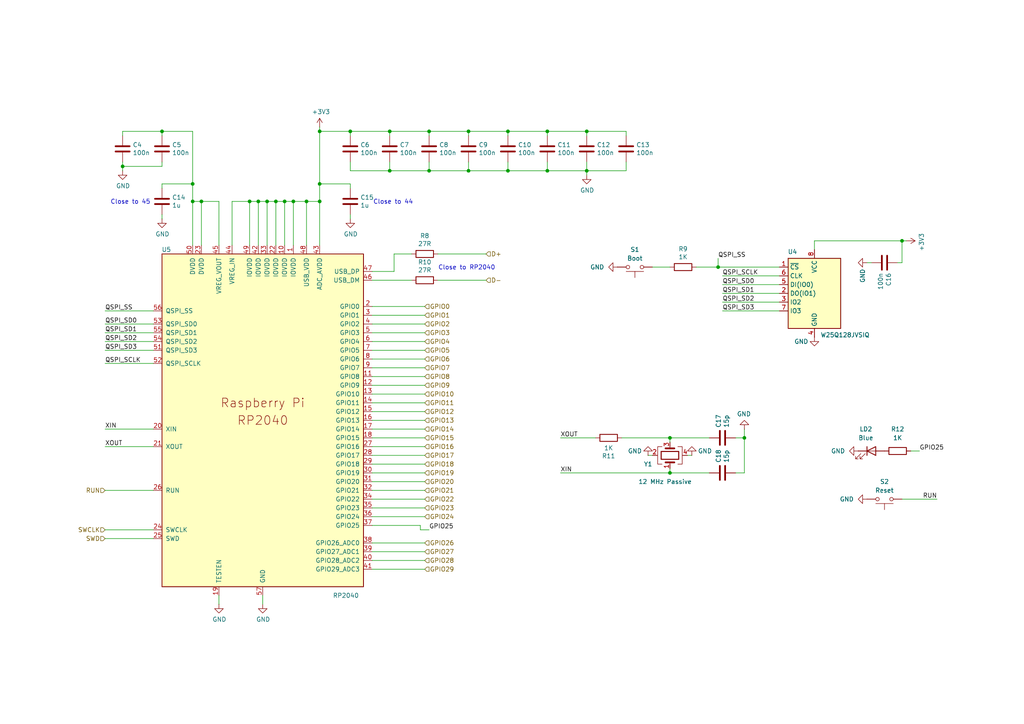
<source format=kicad_sch>
(kicad_sch (version 20250114) (generator "eeschema") (generator_version "9.0")
  (paper "A4")
  (title_block (title "${NAME}") (date "2025-06-22") (rev "${VERSION}") (company "Mikhail Matveev") (comment 1 "https://github.com/xtremespb/frank"))
  (lib_symbols
    (symbol "+3V3_1" (power) (pin_numbers (hide yes)) (pin_names (offset 0) (hide yes))
      (property "Value" "+3V3" (at 0 3.556 0))
      (symbol "+3V3_1_0_1"
        (polyline (pts (xy -0.762 1.27) (xy 0 2.54)))
        (polyline (pts (xy 0 2.54) (xy 0.762 1.27)))
        (polyline (pts (xy 0 0) (xy 0 2.54)))
      )
      (symbol "+3V3_1_1_1"
        (pin power_in line (at 0 0 90) (length 0) (name "~") (number "1"))
      )
    )
    (symbol "Device:C" (pin_numbers (hide yes)) (pin_names (offset 0.254))
      (property "Reference" "C" (at 0.635 2.54 0))
      (property "Value" "C" (at 0.635 -2.54 0))
      (symbol "C_0_1"
        (polyline (pts (xy -2.032 0.762) (xy 2.032 0.762)) (stroke (width 0.508)))
        (polyline (pts (xy -2.032 -0.762) (xy 2.032 -0.762)) (stroke (width 0.508)))
      )
      (symbol "C_1_1"
        (pin passive line (at 0 3.81 270) (length 2.794) (name "~") (number "1"))
        (pin passive line (at 0 -3.81 90) (length 2.794) (name "~") (number "2"))
      )
    )
    (symbol "Device:Crystal_GND24" (pin_names (offset 1.016) (hide yes))
      (property "Reference" "Y" (at 3.175 5.08 0))
      (property "Value" "Crystal_GND24" (at 3.175 3.175 0))
      (symbol "Crystal_GND24_0_1"
        (polyline (pts (xy -2.54 2.286) (xy -2.54 3.556) (xy 2.54 3.556) (xy 2.54 2.286)))
        (polyline (pts (xy -2.54 0) (xy -2.032 0)))
        (polyline (pts (xy -2.54 -2.286) (xy -2.54 -3.556) (xy 2.54 -3.556) (xy 2.54 -2.286)))
        (polyline (pts (xy -2.032 -1.27) (xy -2.032 1.27)) (stroke (width 0.508)))
        (rectangle (start -1.143 2.54) (end 1.143 -2.54) (stroke (width 0.3048)))
        (polyline (pts (xy 0 3.556) (xy 0 3.81)))
        (polyline (pts (xy 0 -3.81) (xy 0 -3.556)))
        (polyline (pts (xy 2.032 0) (xy 2.54 0)))
        (polyline (pts (xy 2.032 -1.27) (xy 2.032 1.27)) (stroke (width 0.508)))
      )
      (symbol "Crystal_GND24_1_1"
        (pin passive line (at -3.81 0 0) (length 1.27) (name "1") (number "1"))
        (pin passive line (at 0 5.08 270) (length 1.27) (name "2") (number "2"))
        (pin passive line (at 0 -5.08 90) (length 1.27) (name "4") (number "4"))
        (pin passive line (at 3.81 0 180) (length 1.27) (name "3") (number "3"))
      )
    )
    (symbol "Device:LED" (pin_numbers (hide yes)) (pin_names (offset 1.016) (hide yes))
      (property "Reference" "D" (at 0 2.54 0))
      (property "Value" "LED" (at 0 -2.54 0))
      (symbol "LED_0_1"
        (polyline (pts (xy -3.048 -0.762) (xy -4.572 -2.286) (xy -3.81 -2.286) (xy -4.572 -2.286) (xy -4.572 -1.524)))
        (polyline (pts (xy -1.778 -0.762) (xy -3.302 -2.286) (xy -2.54 -2.286) (xy -3.302 -2.286) (xy -3.302 -1.524)))
        (polyline (pts (xy -1.27 0) (xy 1.27 0)))
        (polyline (pts (xy -1.27 -1.27) (xy -1.27 1.27)) (stroke (width 0.254)))
        (polyline (pts (xy 1.27 -1.27) (xy 1.27 1.27) (xy -1.27 0) (xy 1.27 -1.27)) (stroke (width 0.254)))
      )
      (symbol "LED_1_1"
        (pin passive line (at -3.81 0 0) (length 2.54) (name "K") (number "1"))
        (pin passive line (at 3.81 0 180) (length 2.54) (name "A") (number "2"))
      )
    )
    (symbol "Device:R" (pin_numbers (hide yes)) (pin_names (offset 0))
      (property "Reference" "R" (at 2.032 0 90))
      (property "Value" "R" (at 0 0 90))
      (symbol "R_0_1"
        (rectangle (start -1.016 -2.54) (end 1.016 2.54) (stroke (width 0.254)))
      )
      (symbol "R_1_1"
        (pin passive line (at 0 3.81 270) (length 1.27) (name "~") (number "1"))
        (pin passive line (at 0 -3.81 90) (length 1.27) (name "~") (number "2"))
      )
    )
    (symbol "FRANK:Flash_W25Q128JVS"
      (property "Reference" "FL1" (at -6.35 12.065 0))
      (property "Value" "W25Q128JVSIQ" (at 8.89 -12.065 0))
      (symbol "Flash_W25Q128JVS_0_1"
        (rectangle (start -7.62 10.16) (end 7.62 -10.16) (stroke (width 0.254)) (fill (type background)))
      )
      (symbol "Flash_W25Q128JVS_1_1"
        (pin input line (at -10.16 7.62 0) (length 2.54) (name "~{CS}") (number "1"))
        (pin input line (at -10.16 5.08 0) (length 2.54) (name "CLK") (number "6"))
        (pin bidirectional line (at -10.16 2.54 0) (length 2.54) (name "DI(IO0)") (number "5"))
        (pin bidirectional line (at -10.16 0 0) (length 2.54) (name "DO(IO1)") (number "2"))
        (pin bidirectional line (at -10.16 -2.54 0) (length 2.54) (name "IO2") (number "3"))
        (pin bidirectional line (at -10.16 -5.08 0) (length 2.54) (name "IO3") (number "7"))
        (pin power_in line (at 0 12.7 270) (length 2.54) (name "VCC") (number "8"))
        (pin power_in line (at 0 -12.7 90) (length 2.54) (name "GND") (number "4"))
      )
    )
    (symbol "FRANK:RP2040" (pin_names (offset 1.016))
      (property "Reference" "RP1" (at -27.94 49.53 0))
      (property "Value" "RP2040" (at 24.13 -50.8 0))
      (symbol "RP2040_0_0"
        (text "Raspberry Pi" (at 0 5.08 0) (effects (font (size 2.54 2.54))))
        (text "RP2040" (at 0 0 0) (effects (font (size 2.54 2.54))))
      )
      (symbol "RP2040_0_1"
        (rectangle (start 29.21 48.26) (end -29.21 -48.26) (stroke (width 0.254)) (fill (type background)))
      )
      (symbol "RP2040_1_1"
        (pin bidirectional line (at -31.75 31.75 0) (length 2.54) (name "QSPI_SS") (number "56"))
        (pin bidirectional line (at -31.75 27.94 0) (length 2.54) (name "QSPI_SD0") (number "53"))
        (pin bidirectional line (at -31.75 25.4 0) (length 2.54) (name "QSPI_SD1") (number "55"))
        (pin bidirectional line (at -31.75 22.86 0) (length 2.54) (name "QSPI_SD2") (number "54"))
        (pin bidirectional line (at -31.75 20.32 0) (length 2.54) (name "QSPI_SD3") (number "51"))
        (pin output line (at -31.75 16.51 0) (length 2.54) (name "QSPI_SCLK") (number "52"))
        (pin input line (at -31.75 -2.54 0) (length 2.54) (name "XIN") (number "20"))
        (pin passive line (at -31.75 -7.62 0) (length 2.54) (name "XOUT") (number "21"))
        (pin input line (at -31.75 -20.32 0) (length 2.54) (name "RUN") (number "26"))
        (pin output line (at -31.75 -31.75 0) (length 2.54) (name "SWCLK") (number "24"))
        (pin bidirectional line (at -31.75 -34.29 0) (length 2.54) (name "SWD") (number "25"))
        (pin power_in line (at -20.32 50.8 270) (length 2.54) (name "DVDD") (number "50"))
        (pin power_in line (at -17.78 50.8 270) (length 2.54) (name "DVDD") (number "23"))
        (pin power_out line (at -12.7 50.8 270) (length 2.54) (name "VREG_VOUT") (number "45"))
        (pin passive line (at -12.7 -50.8 90) (length 2.54) (name "TESTEN") (number "19"))
        (pin power_in line (at -8.89 50.8 270) (length 2.54) (name "VREG_IN") (number "44"))
        (pin power_in line (at -3.81 50.8 270) (length 2.54) (name "IOVDD") (number "49"))
        (pin power_in line (at -1.27 50.8 270) (length 2.54) (name "IOVDD") (number "42"))
        (pin power_in line (at 0 -50.8 90) (length 2.54) (name "GND") (number "57"))
        (pin power_in line (at 1.27 50.8 270) (length 2.54) (name "IOVDD") (number "33"))
        (pin power_in line (at 3.81 50.8 270) (length 2.54) (name "IOVDD") (number "22"))
        (pin power_in line (at 6.35 50.8 270) (length 2.54) (name "IOVDD") (number "10"))
        (pin power_in line (at 8.89 50.8 270) (length 2.54) (name "IOVDD") (number "1"))
        (pin power_in line (at 12.7 50.8 270) (length 2.54) (name "USB_VDD") (number "48"))
        (pin power_in line (at 16.51 50.8 270) (length 2.54) (name "ADC_AVDD") (number "43"))
        (pin bidirectional line (at 31.75 43.18 180) (length 2.54) (name "USB_DP") (number "47"))
        (pin bidirectional line (at 31.75 40.64 180) (length 2.54) (name "USB_DM") (number "46"))
        (pin bidirectional line (at 31.75 33.02 180) (length 2.54) (name "GPIO0") (number "2"))
        (pin bidirectional line (at 31.75 30.48 180) (length 2.54) (name "GPIO1") (number "3"))
        (pin bidirectional line (at 31.75 27.94 180) (length 2.54) (name "GPIO2") (number "4"))
        (pin bidirectional line (at 31.75 25.4 180) (length 2.54) (name "GPIO3") (number "5"))
        (pin bidirectional line (at 31.75 22.86 180) (length 2.54) (name "GPIO4") (number "6"))
        (pin bidirectional line (at 31.75 20.32 180) (length 2.54) (name "GPIO5") (number "7"))
        (pin bidirectional line (at 31.75 17.78 180) (length 2.54) (name "GPIO6") (number "8"))
        (pin bidirectional line (at 31.75 15.24 180) (length 2.54) (name "GPIO7") (number "9"))
        (pin bidirectional line (at 31.75 12.7 180) (length 2.54) (name "GPIO8") (number "11"))
        (pin bidirectional line (at 31.75 10.16 180) (length 2.54) (name "GPIO9") (number "12"))
        (pin bidirectional line (at 31.75 7.62 180) (length 2.54) (name "GPIO10") (number "13"))
        (pin bidirectional line (at 31.75 5.08 180) (length 2.54) (name "GPIO11") (number "14"))
        (pin bidirectional line (at 31.75 2.54 180) (length 2.54) (name "GPIO12") (number "15"))
        (pin bidirectional line (at 31.75 0 180) (length 2.54) (name "GPIO13") (number "16"))
        (pin bidirectional line (at 31.75 -2.54 180) (length 2.54) (name "GPIO14") (number "17"))
        (pin bidirectional line (at 31.75 -5.08 180) (length 2.54) (name "GPIO15") (number "18"))
        (pin bidirectional line (at 31.75 -7.62 180) (length 2.54) (name "GPIO16") (number "27"))
        (pin bidirectional line (at 31.75 -10.16 180) (length 2.54) (name "GPIO17") (number "28"))
        (pin bidirectional line (at 31.75 -12.7 180) (length 2.54) (name "GPIO18") (number "29"))
        (pin bidirectional line (at 31.75 -15.24 180) (length 2.54) (name "GPIO19") (number "30"))
        (pin bidirectional line (at 31.75 -17.78 180) (length 2.54) (name "GPIO20") (number "31"))
        (pin bidirectional line (at 31.75 -20.32 180) (length 2.54) (name "GPIO21") (number "32"))
        (pin bidirectional line (at 31.75 -22.86 180) (length 2.54) (name "GPIO22") (number "34"))
        (pin bidirectional line (at 31.75 -25.4 180) (length 2.54) (name "GPIO23") (number "35"))
        (pin bidirectional line (at 31.75 -27.94 180) (length 2.54) (name "GPIO24") (number "36"))
        (pin bidirectional line (at 31.75 -30.48 180) (length 2.54) (name "GPIO25") (number "37"))
        (pin bidirectional line (at 31.75 -35.56 180) (length 2.54) (name "GPIO26_ADC0") (number "38"))
        (pin bidirectional line (at 31.75 -38.1 180) (length 2.54) (name "GPIO27_ADC1") (number "39"))
        (pin bidirectional line (at 31.75 -40.64 180) (length 2.54) (name "GPIO28_ADC2") (number "40"))
        (pin bidirectional line (at 31.75 -43.18 180) (length 2.54) (name "GPIO29_ADC3") (number "41"))
      )
    )
    (symbol "GND_1" (power) (pin_numbers (hide yes)) (pin_names (offset 0) (hide yes))
      (property "Value" "GND" (at 0 -3.81 0))
      (symbol "GND_1_0_1"
        (polyline (pts (xy 0 0) (xy 0 -1.27) (xy 1.27 -1.27) (xy 0 -2.54) (xy -1.27 -1.27) (xy 0 -1.27)))
      )
      (symbol "GND_1_1_1"
        (pin power_in line (at 0 0 270) (length 0) (name "~") (number "1"))
      )
    )
    (symbol "GND_10" (power) (pin_numbers (hide yes)) (pin_names (offset 0) (hide yes))
      (property "Value" "GND" (at 0 -3.81 0))
      (symbol "GND_10_0_1"
        (polyline (pts (xy 0 0) (xy 0 -1.27) (xy 1.27 -1.27) (xy 0 -2.54) (xy -1.27 -1.27) (xy 0 -1.27)))
      )
      (symbol "GND_10_1_1"
        (pin power_in line (at 0 0 270) (length 0) (name "~") (number "1"))
      )
    )
    (symbol "GND_11" (power) (pin_numbers (hide yes)) (pin_names (offset 0) (hide yes))
      (property "Value" "GND" (at 0 -3.81 0))
      (symbol "GND_11_0_1"
        (polyline (pts (xy 0 0) (xy 0 -1.27) (xy 1.27 -1.27) (xy 0 -2.54) (xy -1.27 -1.27) (xy 0 -1.27)))
      )
      (symbol "GND_11_1_1"
        (pin power_in line (at 0 0 270) (length 0) (name "~") (number "1"))
      )
    )
    (symbol "GND_12" (power) (pin_numbers (hide yes)) (pin_names (offset 0) (hide yes))
      (property "Value" "GND" (at 0 -3.81 0))
      (symbol "GND_12_0_1"
        (polyline (pts (xy 0 0) (xy 0 -1.27) (xy 1.27 -1.27) (xy 0 -2.54) (xy -1.27 -1.27) (xy 0 -1.27)))
      )
      (symbol "GND_12_1_1"
        (pin power_in line (at 0 0 270) (length 0) (name "~") (number "1"))
      )
    )
    (symbol "GND_2" (power) (pin_numbers (hide yes)) (pin_names (offset 0) (hide yes))
      (property "Value" "GND" (at 0 -3.81 0))
      (symbol "GND_2_0_1"
        (polyline (pts (xy 0 0) (xy 0 -1.27) (xy 1.27 -1.27) (xy 0 -2.54) (xy -1.27 -1.27) (xy 0 -1.27)))
      )
      (symbol "GND_2_1_1"
        (pin power_in line (at 0 0 270) (length 0) (name "~") (number "1"))
      )
    )
    (symbol "GND_3" (power) (pin_numbers (hide yes)) (pin_names (offset 0) (hide yes))
      (property "Value" "GND" (at 0 -3.81 0))
      (symbol "GND_3_0_1"
        (polyline (pts (xy 0 0) (xy 0 -1.27) (xy 1.27 -1.27) (xy 0 -2.54) (xy -1.27 -1.27) (xy 0 -1.27)))
      )
      (symbol "GND_3_1_1"
        (pin power_in line (at 0 0 270) (length 0) (name "~") (number "1"))
      )
    )
    (symbol "GND_4" (power) (pin_numbers (hide yes)) (pin_names (offset 0) (hide yes))
      (property "Value" "GND" (at 0 -3.81 0))
      (symbol "GND_4_0_1"
        (polyline (pts (xy 0 0) (xy 0 -1.27) (xy 1.27 -1.27) (xy 0 -2.54) (xy -1.27 -1.27) (xy 0 -1.27)))
      )
      (symbol "GND_4_1_1"
        (pin power_in line (at 0 0 270) (length 0) (name "~") (number "1"))
      )
    )
    (symbol "GND_5" (power) (pin_numbers (hide yes)) (pin_names (offset 0) (hide yes))
      (property "Value" "GND" (at 0 -3.81 0))
      (symbol "GND_5_0_1"
        (polyline (pts (xy 0 0) (xy 0 -1.27) (xy 1.27 -1.27) (xy 0 -2.54) (xy -1.27 -1.27) (xy 0 -1.27)))
      )
      (symbol "GND_5_1_1"
        (pin power_in line (at 0 0 270) (length 0) (name "~") (number "1"))
      )
    )
    (symbol "GND_6" (power) (pin_numbers (hide yes)) (pin_names (offset 0) (hide yes))
      (property "Value" "GND" (at 0 -3.81 0))
      (symbol "GND_6_0_1"
        (polyline (pts (xy 0 0) (xy 0 -1.27) (xy 1.27 -1.27) (xy 0 -2.54) (xy -1.27 -1.27) (xy 0 -1.27)))
      )
      (symbol "GND_6_1_1"
        (pin power_in line (at 0 0 270) (length 0) (name "~") (number "1"))
      )
    )
    (symbol "GND_7" (power) (pin_numbers (hide yes)) (pin_names (offset 0) (hide yes))
      (property "Value" "GND" (at 0 -3.81 0))
      (symbol "GND_7_0_1"
        (polyline (pts (xy 0 0) (xy 0 -1.27) (xy 1.27 -1.27) (xy 0 -2.54) (xy -1.27 -1.27) (xy 0 -1.27)))
      )
      (symbol "GND_7_1_1"
        (pin power_in line (at 0 0 270) (length 0) (name "~") (number "1"))
      )
    )
    (symbol "GND_8" (power) (pin_numbers (hide yes)) (pin_names (offset 0) (hide yes))
      (property "Value" "GND" (at 0 -3.81 0))
      (symbol "GND_8_0_1"
        (polyline (pts (xy 0 0) (xy 0 -1.27) (xy 1.27 -1.27) (xy 0 -2.54) (xy -1.27 -1.27) (xy 0 -1.27)))
      )
      (symbol "GND_8_1_1"
        (pin power_in line (at 0 0 270) (length 0) (name "~") (number "1"))
      )
    )
    (symbol "GND_9" (power) (pin_numbers (hide yes)) (pin_names (offset 0) (hide yes))
      (property "Value" "GND" (at 0 -3.81 0))
      (symbol "GND_9_0_1"
        (polyline (pts (xy 0 0) (xy 0 -1.27) (xy 1.27 -1.27) (xy 0 -2.54) (xy -1.27 -1.27) (xy 0 -1.27)))
      )
      (symbol "GND_9_1_1"
        (pin power_in line (at 0 0 270) (length 0) (name "~") (number "1"))
      )
    )
    (symbol "Switch:SW_Push" (pin_numbers (hide yes)) (pin_names (offset 1.016) (hide yes))
      (property "Reference" "SW" (at 1.27 2.54 0))
      (property "Value" "SW_Push" (at 0 -1.524 0))
      (symbol "SW_Push_0_1"
        (circle (center -2.032 0) (radius 0.508))
        (polyline (pts (xy 0 1.27) (xy 0 3.048)))
        (circle (center 2.032 0) (radius 0.508))
        (polyline (pts (xy 2.54 1.27) (xy -2.54 1.27)))
        (pin passive line (at -5.08 0 0) (length 2.54) (name "1") (number "1"))
        (pin passive line (at 5.08 0 180) (length 2.54) (name "2") (number "2"))
      )
    )
    (symbol "power:+3V3" (power) (pin_numbers (hide yes)) (pin_names (offset 0) (hide yes))
      (property "Value" "+3V3" (at 0 3.556 0))
      (symbol "+3V3_0_1"
        (polyline (pts (xy -0.762 1.27) (xy 0 2.54)))
        (polyline (pts (xy 0 2.54) (xy 0.762 1.27)))
        (polyline (pts (xy 0 0) (xy 0 2.54)))
      )
      (symbol "+3V3_1_1"
        (pin power_in line (at 0 0 90) (length 0) (name "~") (number "1"))
      )
    )
    (symbol "power:GND" (power) (pin_numbers (hide yes)) (pin_names (offset 0) (hide yes))
      (property "Value" "GND" (at 0 -3.81 0))
      (symbol "GND_0_1"
        (polyline (pts (xy 0 0) (xy 0 -1.27) (xy 1.27 -1.27) (xy 0 -2.54) (xy -1.27 -1.27) (xy 0 -1.27)))
      )
      (symbol "GND_1_1"
        (pin power_in line (at 0 0 270) (length 0) (name "~") (number "1"))
      )
    )
  )
  (text "Close to 44" (at 114.046 58.674 0) (effects (font (size 1.27 1.27))))
  (text "Close to RP2040" (at 135.382 77.724 0) (effects (font (size 1.27 1.27))))
  (text "Close to 45" (at 37.846 58.674 0) (effects (font (size 1.27 1.27))))
  (junction (at 58.42 58.42))
  (junction (at 215.9 127))
  (junction (at 113.03 49.53))
  (junction (at 88.9 58.42))
  (junction (at 101.6 38.1))
  (junction (at 158.75 49.53))
  (junction (at 72.39 58.42))
  (junction (at 170.18 38.1))
  (junction (at 82.55 58.42))
  (junction (at 92.71 53.34))
  (junction (at 170.18 49.53))
  (junction (at 35.56 48.26))
  (junction (at 147.32 49.53))
  (junction (at 80.01 58.42))
  (junction (at 135.89 38.1))
  (junction (at 55.88 53.34))
  (junction (at 113.03 38.1))
  (junction (at 46.99 38.1))
  (junction (at 208.28 77.47))
  (junction (at 135.89 49.53))
  (junction (at 92.71 38.1))
  (junction (at 85.09 58.42))
  (junction (at 74.93 58.42))
  (junction (at 194.31 127))
  (junction (at 158.75 38.1))
  (junction (at 124.46 38.1))
  (junction (at 92.71 58.42))
  (junction (at 55.88 58.42))
  (junction (at 77.47 58.42))
  (junction (at 261.62 69.85))
  (junction (at 194.31 137.16))
  (junction (at 124.46 49.53))
  (junction (at 147.32 38.1))
  (wire (pts (xy 58.42 58.42) (xy 55.88 58.42)))
  (wire (pts (xy 226.06 82.55) (xy 209.55 82.55)))
  (wire (pts (xy 127 73.66) (xy 140.97 73.66)))
  (wire (pts (xy 107.95 104.14) (xy 123.19 104.14)))
  (wire (pts (xy 121.92 152.4) (xy 107.95 152.4)))
  (wire (pts (xy 46.99 48.26) (xy 46.99 46.99)))
  (wire (pts (xy 170.18 46.99) (xy 170.18 49.53)))
  (wire (pts (xy 114.3 73.66) (xy 114.3 78.74)))
  (wire (pts (xy 82.55 58.42) (xy 85.09 58.42)))
  (wire (pts (xy 158.75 39.37) (xy 158.75 38.1)))
  (wire (pts (xy 92.71 38.1) (xy 101.6 38.1)))
  (wire (pts (xy 101.6 46.99) (xy 101.6 49.53)))
  (wire (pts (xy 101.6 39.37) (xy 101.6 38.1)))
  (wire (pts (xy 67.31 58.42) (xy 72.39 58.42)))
  (wire (pts (xy 215.9 137.16) (xy 215.9 127)))
  (wire (pts (xy 252.73 76.2) (xy 251.46 76.2)))
  (wire (pts (xy 181.61 39.37) (xy 181.61 38.1)))
  (wire (pts (xy 107.95 142.24) (xy 123.19 142.24)))
  (wire (pts (xy 107.95 160.02) (xy 123.19 160.02)))
  (wire (pts (xy 113.03 39.37) (xy 113.03 38.1)))
  (wire (pts (xy 260.35 76.2) (xy 261.62 76.2)))
  (wire (pts (xy 101.6 62.23) (xy 101.6 63.5)))
  (wire (pts (xy 80.01 58.42) (xy 82.55 58.42)))
  (wire (pts (xy 205.74 137.16) (xy 194.31 137.16)))
  (wire (pts (xy 92.71 58.42) (xy 92.71 71.12)))
  (wire (pts (xy 63.5 71.12) (xy 63.5 58.42)))
  (wire (pts (xy 30.48 99.06) (xy 44.45 99.06)))
  (wire (pts (xy 107.95 165.1) (xy 123.19 165.1)))
  (wire (pts (xy 113.03 46.99) (xy 113.03 49.53)))
  (wire (pts (xy 236.22 69.85) (xy 261.62 69.85)))
  (wire (pts (xy 46.99 39.37) (xy 46.99 38.1)))
  (wire (pts (xy 208.28 77.47) (xy 226.06 77.47)))
  (wire (pts (xy 107.95 127) (xy 123.19 127)))
  (wire (pts (xy 189.23 77.47) (xy 194.31 77.47)))
  (wire (pts (xy 30.48 124.46) (xy 44.45 124.46)))
  (wire (pts (xy 107.95 96.52) (xy 123.19 96.52)))
  (wire (pts (xy 181.61 46.99) (xy 181.61 49.53)))
  (wire (pts (xy 213.36 137.16) (xy 215.9 137.16)))
  (wire (pts (xy 46.99 62.23) (xy 46.99 63.5)))
  (wire (pts (xy 107.95 101.6) (xy 123.19 101.6)))
  (wire (pts (xy 46.99 54.61) (xy 46.99 53.34)))
  (wire (pts (xy 92.71 53.34) (xy 92.71 58.42)))
  (wire (pts (xy 92.71 38.1) (xy 92.71 53.34)))
  (wire (pts (xy 127 81.28) (xy 140.97 81.28)))
  (wire (pts (xy 101.6 54.61) (xy 101.6 53.34)))
  (wire (pts (xy 88.9 71.12) (xy 88.9 58.42)))
  (wire (pts (xy 158.75 46.99) (xy 158.75 49.53)))
  (wire (pts (xy 55.88 53.34) (xy 55.88 58.42)))
  (wire (pts (xy 44.45 153.67) (xy 30.48 153.67)))
  (wire (pts (xy 107.95 124.46) (xy 123.19 124.46)))
  (wire (pts (xy 205.74 127) (xy 194.31 127)))
  (wire (pts (xy 107.95 139.7) (xy 123.19 139.7)))
  (wire (pts (xy 147.32 49.53) (xy 135.89 49.53)))
  (wire (pts (xy 72.39 58.42) (xy 74.93 58.42)))
  (wire (pts (xy 226.06 90.17) (xy 209.55 90.17)))
  (wire (pts (xy 101.6 38.1) (xy 113.03 38.1)))
  (wire (pts (xy 200.66 132.08) (xy 199.39 132.08)))
  (wire (pts (xy 209.55 80.01) (xy 226.06 80.01)))
  (wire (pts (xy 107.95 162.56) (xy 123.19 162.56)))
  (wire (pts (xy 67.31 71.12) (xy 67.31 58.42)))
  (wire (pts (xy 88.9 58.42) (xy 92.71 58.42)))
  (wire (pts (xy 46.99 53.34) (xy 55.88 53.34)))
  (wire (pts (xy 201.93 77.47) (xy 208.28 77.47)))
  (wire (pts (xy 35.56 46.99) (xy 35.56 48.26)))
  (wire (pts (xy 135.89 38.1) (xy 147.32 38.1)))
  (wire (pts (xy 107.95 99.06) (xy 123.19 99.06)))
  (wire (pts (xy 107.95 114.3) (xy 123.19 114.3)))
  (wire (pts (xy 147.32 38.1) (xy 158.75 38.1)))
  (wire (pts (xy 194.31 128.27) (xy 194.31 127)))
  (wire (pts (xy 55.88 38.1) (xy 55.88 53.34)))
  (wire (pts (xy 226.06 85.09) (xy 209.55 85.09)))
  (wire (pts (xy 236.22 72.39) (xy 236.22 69.85)))
  (wire (pts (xy 170.18 38.1) (xy 181.61 38.1)))
  (wire (pts (xy 213.36 127) (xy 215.9 127)))
  (wire (pts (xy 194.31 135.89) (xy 194.31 137.16)))
  (wire (pts (xy 114.3 73.66) (xy 119.38 73.66)))
  (wire (pts (xy 30.48 101.6) (xy 44.45 101.6)))
  (wire (pts (xy 107.95 147.32) (xy 123.19 147.32)))
  (wire (pts (xy 107.95 129.54) (xy 123.19 129.54)))
  (wire (pts (xy 80.01 71.12) (xy 80.01 58.42)))
  (wire (pts (xy 147.32 46.99) (xy 147.32 49.53)))
  (wire (pts (xy 72.39 71.12) (xy 72.39 58.42)))
  (wire (pts (xy 30.48 93.98) (xy 44.45 93.98)))
  (wire (pts (xy 30.48 90.17) (xy 44.45 90.17)))
  (wire (pts (xy 107.95 106.68) (xy 123.19 106.68)))
  (wire (pts (xy 194.31 137.16) (xy 162.56 137.16)))
  (wire (pts (xy 158.75 38.1) (xy 170.18 38.1)))
  (wire (pts (xy 113.03 38.1) (xy 124.46 38.1)))
  (wire (pts (xy 63.5 172.72) (xy 63.5 175.26)))
  (wire (pts (xy 107.95 132.08) (xy 123.19 132.08)))
  (wire (pts (xy 264.16 130.81) (xy 266.7 130.81)))
  (wire (pts (xy 172.72 127) (xy 162.56 127)))
  (wire (pts (xy 107.95 116.84) (xy 123.19 116.84)))
  (wire (pts (xy 107.95 78.74) (xy 114.3 78.74)))
  (wire (pts (xy 124.46 46.99) (xy 124.46 49.53)))
  (wire (pts (xy 262.89 69.85) (xy 261.62 69.85)))
  (wire (pts (xy 147.32 39.37) (xy 147.32 38.1)))
  (wire (pts (xy 194.31 127) (xy 180.34 127)))
  (wire (pts (xy 107.95 81.28) (xy 119.38 81.28)))
  (wire (pts (xy 35.56 48.26) (xy 46.99 48.26)))
  (wire (pts (xy 124.46 39.37) (xy 124.46 38.1)))
  (wire (pts (xy 30.48 129.54) (xy 44.45 129.54)))
  (wire (pts (xy 107.95 91.44) (xy 123.19 91.44)))
  (wire (pts (xy 158.75 49.53) (xy 147.32 49.53)))
  (wire (pts (xy 92.71 53.34) (xy 101.6 53.34)))
  (wire (pts (xy 215.9 127) (xy 215.9 124.46)))
  (wire (pts (xy 170.18 49.53) (xy 181.61 49.53)))
  (wire (pts (xy 55.88 58.42) (xy 55.88 71.12)))
  (wire (pts (xy 44.45 142.24) (xy 30.48 142.24)))
  (wire (pts (xy 44.45 156.21) (xy 30.48 156.21)))
  (wire (pts (xy 170.18 39.37) (xy 170.18 38.1)))
  (wire (pts (xy 85.09 58.42) (xy 88.9 58.42)))
  (wire (pts (xy 121.92 153.67) (xy 124.46 153.67)))
  (wire (pts (xy 107.95 119.38) (xy 123.19 119.38)))
  (wire (pts (xy 135.89 46.99) (xy 135.89 49.53)))
  (wire (pts (xy 113.03 49.53) (xy 101.6 49.53)))
  (wire (pts (xy 63.5 58.42) (xy 58.42 58.42)))
  (wire (pts (xy 135.89 39.37) (xy 135.89 38.1)))
  (wire (pts (xy 226.06 87.63) (xy 209.55 87.63)))
  (wire (pts (xy 124.46 38.1) (xy 135.89 38.1)))
  (wire (pts (xy 107.95 93.98) (xy 123.19 93.98)))
  (wire (pts (xy 135.89 49.53) (xy 124.46 49.53)))
  (wire (pts (xy 92.71 36.83) (xy 92.71 38.1)))
  (wire (pts (xy 121.92 153.67) (xy 121.92 152.4)))
  (wire (pts (xy 189.23 132.08) (xy 187.96 132.08)))
  (wire (pts (xy 107.95 121.92) (xy 123.19 121.92)))
  (wire (pts (xy 208.28 74.93) (xy 208.28 77.47)))
  (wire (pts (xy 124.46 49.53) (xy 113.03 49.53)))
  (wire (pts (xy 77.47 58.42) (xy 80.01 58.42)))
  (wire (pts (xy 46.99 38.1) (xy 55.88 38.1)))
  (wire (pts (xy 107.95 111.76) (xy 123.19 111.76)))
  (wire (pts (xy 85.09 58.42) (xy 85.09 71.12)))
  (wire (pts (xy 107.95 137.16) (xy 123.19 137.16)))
  (wire (pts (xy 35.56 38.1) (xy 46.99 38.1)))
  (wire (pts (xy 35.56 39.37) (xy 35.56 38.1)))
  (wire (pts (xy 35.56 48.26) (xy 35.56 49.53)))
  (wire (pts (xy 30.48 105.41) (xy 44.45 105.41)))
  (wire (pts (xy 158.75 49.53) (xy 170.18 49.53)))
  (wire (pts (xy 74.93 71.12) (xy 74.93 58.42)))
  (wire (pts (xy 76.2 172.72) (xy 76.2 175.26)))
  (wire (pts (xy 74.93 58.42) (xy 77.47 58.42)))
  (wire (pts (xy 170.18 49.53) (xy 170.18 50.8)))
  (wire (pts (xy 107.95 134.62) (xy 123.19 134.62)))
  (wire (pts (xy 30.48 96.52) (xy 44.45 96.52)))
  (wire (pts (xy 107.95 109.22) (xy 123.19 109.22)))
  (wire (pts (xy 77.47 71.12) (xy 77.47 58.42)))
  (wire (pts (xy 58.42 71.12) (xy 58.42 58.42)))
  (wire (pts (xy 261.62 144.78) (xy 271.78 144.78)))
  (wire (pts (xy 107.95 157.48) (xy 123.19 157.48)))
  (wire (pts (xy 107.95 149.86) (xy 123.19 149.86)))
  (wire (pts (xy 261.62 76.2) (xy 261.62 69.85)))
  (wire (pts (xy 107.95 88.9) (xy 123.19 88.9)))
  (wire (pts (xy 82.55 71.12) (xy 82.55 58.42)))
  (wire (pts (xy 107.95 144.78) (xy 123.19 144.78)))
  (label "QSPI_SD2" (at 209.55 87.63 0))
  (label "QSPI_SCLK" (at 30.48 105.41 0))
  (label "QSPI_SD0" (at 30.48 93.98 0))
  (label "QSPI_SS" (at 208.28 74.93 0))
  (label "RUN" (at 271.78 144.78 180))
  (label "XIN" (at 30.48 124.46 0))
  (label "QSPI_SCLK" (at 209.55 80.01 0))
  (label "QSPI_SD1" (at 30.48 96.52 0))
  (label "QSPI_SD3" (at 30.48 101.6 0))
  (label "GPIO25" (at 266.7 130.81 0))
  (label "XIN" (at 162.56 137.16 0))
  (label "GPIO25" (at 124.46 153.67 0))
  (label "QSPI_SD0" (at 209.55 82.55 0))
  (label "XOUT" (at 162.56 127 0))
  (label "XOUT" (at 30.48 129.54 0))
  (label "QSPI_SD1" (at 209.55 85.09 0))
  (label "QSPI_SD3" (at 209.55 90.17 0))
  (label "QSPI_SD2" (at 30.48 99.06 0))
  (label "QSPI_SS" (at 30.48 90.17 0))
  (hierarchical_label "GPIO18" (shape input) (at 123.19 134.62 0))
  (hierarchical_label "GPIO29" (shape input) (at 123.19 165.1 0))
  (hierarchical_label "GPIO3" (shape input) (at 123.19 96.52 0))
  (hierarchical_label "GPIO15" (shape input) (at 123.19 127 0))
  (hierarchical_label "GPIO21" (shape input) (at 123.19 142.24 0))
  (hierarchical_label "GPIO16" (shape input) (at 123.19 129.54 0))
  (hierarchical_label "GPIO1" (shape input) (at 123.19 91.44 0))
  (hierarchical_label "D-" (shape input) (at 140.97 81.28 0))
  (hierarchical_label "GPIO11" (shape input) (at 123.19 116.84 0))
  (hierarchical_label "GPIO27" (shape input) (at 123.19 160.02 0))
  (hierarchical_label "D+" (shape input) (at 140.97 73.66 0))
  (hierarchical_label "GPIO20" (shape input) (at 123.19 139.7 0))
  (hierarchical_label "GPIO14" (shape input) (at 123.19 124.46 0))
  (hierarchical_label "GPIO8" (shape input) (at 123.19 109.22 0))
  (hierarchical_label "GPIO26" (shape input) (at 123.19 157.48 0))
  (hierarchical_label "GPIO22" (shape input) (at 123.19 144.78 0))
  (hierarchical_label "GPIO4" (shape input) (at 123.19 99.06 0))
  (hierarchical_label "GPIO7" (shape input) (at 123.19 106.68 0))
  (hierarchical_label "GPIO10" (shape input) (at 123.19 114.3 0))
  (hierarchical_label "SWD" (shape input) (at 30.48 156.21 180))
  (hierarchical_label "GPIO28" (shape input) (at 123.19 162.56 0))
  (hierarchical_label "RUN" (shape input) (at 30.48 142.24 180))
  (hierarchical_label "GPIO23" (shape input) (at 123.19 147.32 0))
  (hierarchical_label "GPIO0" (shape input) (at 123.19 88.9 0))
  (hierarchical_label "GPIO5" (shape input) (at 123.19 101.6 0))
  (hierarchical_label "SWCLK" (shape input) (at 30.48 153.67 180))
  (hierarchical_label "GPIO13" (shape input) (at 123.19 121.92 0))
  (hierarchical_label "GPIO6" (shape input) (at 123.19 104.14 0))
  (hierarchical_label "GPIO2" (shape input) (at 123.19 93.98 0))
  (hierarchical_label "GPIO17" (shape input) (at 123.19 132.08 0))
  (hierarchical_label "GPIO12" (shape input) (at 123.19 119.38 0))
  (hierarchical_label "GPIO9" (shape input) (at 123.19 111.76 0))
  (hierarchical_label "GPIO24" (shape input) (at 123.19 149.86 0))
  (hierarchical_label "GPIO19" (shape input) (at 123.19 137.16 0))
  (symbol (lib_id "Device:C") (at 46.99 43.18 0) (unit 1)
    (property "Reference" "C5" (at 49.911 42.0116 0) (effects (justify left)))
    (property "Value" "100n" (at 49.911 44.323 0) (effects (justify left)))
    (property "Footprint" "FRANK:Capacitor (0805)" (effects (hide yes)))
    (property "Datasheet" "https://eu.mouser.com/datasheet/2/40/KGM_X7R-3223212.pdf" (effects (hide yes)))
    (property "AliExpress" "https://www.aliexpress.com/item/33008008276.html" (effects (hide yes)))
  )
  (symbol (lib_id "FRANK:RP2040") (at 76.2 121.92 0) (unit 1)
    (property "Reference" "U5" (at 48.26 72.39 0))
    (property "Value" "RP2040" (at 100.33 172.72 0))
    (property "Footprint" "FRANK:QFN 56" (effects (hide yes)))
    (property "Datasheet" "https://datasheets.raspberrypi.com/rp2040/rp2040-datasheet.pdf" (effects (hide yes)))
    (property "AliExpress" "https://www.aliexpress.com/item/1005007275652762.html" (effects (hide yes)))
  )
  (symbol (lib_id "power:GND") (at 179.07 77.47 270) (unit 1)
    (property "Reference" "#PWR032" (effects (hide yes)))
    (property "Value" "GND" (at 175.26 77.4699 90) (effects (justify right)))
    (property "Description" "Power symbol creates a global label with name \"GND\" , ground" (effects (hide yes)))
  )
  (symbol (lib_id "Device:R") (at 260.35 130.81 90) (unit 1)
    (property "Reference" "R12" (at 260.35 124.46 90))
    (property "Value" "1K" (at 260.35 127 90))
    (property "Footprint" "FRANK:Resistor (0805)" (effects (hide yes)))
    (property "Datasheet" "https://www.vishay.com/docs/28952/mcs0402at-mct0603at-mcu0805at-mca1206at.pdf" (effects (hide yes)))
    (property "Description" "Resistor" (effects (hide yes)))
    (property "AliExpress" "https://www.aliexpress.com/item/1005005945735199.html" (effects (hide yes)))
  )
  (symbol (lib_id "Device:Crystal_GND24") (at 194.31 132.08 90) (unit 1)
    (property "Reference" "Y1" (at 189.23 134.62 90) (effects (justify left)))
    (property "Value" "12 MHz Passive" (at 200.66 139.7 90) (effects (justify left)))
    (property "Footprint" "FRANK:Crystal (3225)" (effects (hide yes)))
    (property "Datasheet" "https://eu.mouser.com/datasheet/2/905/c_NX3225SA_e-1317523.pdf" (effects (hide yes)))
    (property "Description" "ABM8-272-T3" (effects (hide yes)))
    (property "AliExpress" "https://www.aliexpress.com/item/1005004661413307.html" (effects (hide yes)))
  )
  (symbol (lib_name "+3V3_1") (lib_id "power:+3V3") (at 92.71 36.83 0) (unit 1)
    (property "Reference" "#PWR025" (effects (hide yes)))
    (property "Value" "+3V3" (at 93.091 32.4358 0))
    (property "Description" "Power symbol creates a global label with name \"+3V3\"" (effects (hide yes)))
  )
  (symbol (lib_id "FRANK:Flash_W25Q128JVS") (at 236.22 85.09 0) (unit 1)
    (property "Reference" "U4" (at 229.87 73.025 0))
    (property "Value" "W25Q128JVSIQ" (at 245.11 97.155 0))
    (property "Footprint" "FRANK:SOIC-8" (effects (hide yes)))
    (property "Datasheet" "https://www.winbond.com/resource-files/w25q128jv_dtr%20revc%2003272018%20plus.pdf" (effects (hide yes)))
    (property "Description" "128Mb Serial Flash Memory, Standard/Dual/Quad SPI, SOIC-8" (effects (hide yes)))
    (property "AliExpress" "https://www.aliexpress.com/item/1005007820627233.html" (effects (hide yes)))
  )
  (symbol (lib_id "Device:C") (at 135.89 43.18 0) (unit 1)
    (property "Reference" "C9" (at 138.811 42.0116 0) (effects (justify left)))
    (property "Value" "100n" (at 138.811 44.323 0) (effects (justify left)))
    (property "Footprint" "FRANK:Capacitor (0805)" (effects (hide yes)))
    (property "Datasheet" "https://eu.mouser.com/datasheet/2/40/KGM_X7R-3223212.pdf" (effects (hide yes)))
    (property "AliExpress" "https://www.aliexpress.com/item/33008008276.html" (effects (hide yes)))
  )
  (symbol (lib_name "GND_2") (lib_id "power:GND") (at 248.92 130.81 270) (unit 1)
    (property "Reference" "#PWR035" (effects (hide yes)))
    (property "Value" "GND" (at 245.11 130.8099 90) (effects (justify right)))
    (property "Description" "Power symbol creates a global label with name \"GND\" , ground" (effects (hide yes)))
  )
  (symbol (lib_id "Device:R") (at 123.19 81.28 270) (unit 1)
    (property "Reference" "R10" (at 123.19 76.0222 90))
    (property "Value" "27R" (at 123.19 78.3336 90))
    (property "Footprint" "FRANK:Resistor (0805)" (effects (hide yes)))
    (property "Datasheet" "https://www.vishay.com/docs/28952/mcs0402at-mct0603at-mcu0805at-mca1206at.pdf" (effects (hide yes)))
    (property "AliExpress" "https://www.aliexpress.com/item/1005005945735199.html" (effects (hide yes)))
  )
  (symbol (lib_id "Device:R") (at 123.19 73.66 270) (unit 1)
    (property "Reference" "R8" (at 123.19 68.4022 90))
    (property "Value" "27R" (at 123.19 70.7136 90))
    (property "Footprint" "FRANK:Resistor (0805)" (effects (hide yes)))
    (property "Datasheet" "https://www.vishay.com/docs/28952/mcs0402at-mct0603at-mcu0805at-mca1206at.pdf" (effects (hide yes)))
    (property "AliExpress" "https://www.aliexpress.com/item/1005005945735199.html" (effects (hide yes)))
  )
  (symbol (lib_name "GND_4") (lib_id "power:GND") (at 46.99 63.5 0) (unit 1)
    (property "Reference" "#PWR028" (effects (hide yes)))
    (property "Value" "GND" (at 47.117 67.8942 0))
    (property "Description" "Power symbol creates a global label with name \"GND\" , ground" (effects (hide yes)))
  )
  (symbol (lib_id "power:+3V3") (at 262.89 69.85 270) (unit 1)
    (property "Reference" "#PWR030" (effects (hide yes)))
    (property "Value" "+3V3" (at 267.2842 70.231 0))
    (property "Description" "Power symbol creates a global label with name \"+3V3\"" (effects (hide yes)))
  )
  (symbol (lib_name "GND_1") (lib_id "power:GND") (at 251.46 144.78 270) (unit 1)
    (property "Reference" "#PWR038" (effects (hide yes)))
    (property "Value" "GND" (at 247.65 144.7799 90) (effects (justify right)))
    (property "Description" "Power symbol creates a global label with name \"GND\" , ground" (effects (hide yes)))
  )
  (symbol (lib_id "Device:R") (at 176.53 127 90) (unit 1)
    (property "Reference" "R11" (at 176.53 132.2578 90))
    (property "Value" "1K" (at 176.53 129.9464 90))
    (property "Footprint" "FRANK:Resistor (0805)" (effects (hide yes)))
    (property "Datasheet" "https://www.vishay.com/docs/28952/mcs0402at-mct0603at-mcu0805at-mca1206at.pdf" (effects (hide yes)))
    (property "AliExpress" "https://www.aliexpress.com/item/1005005945735199.html" (effects (hide yes)))
  )
  (symbol (lib_name "GND_6") (lib_id "power:GND") (at 76.2 175.26 0) (unit 1)
    (property "Reference" "#PWR040" (effects (hide yes)))
    (property "Value" "GND" (at 76.327 179.6542 0))
    (property "Description" "Power symbol creates a global label with name \"GND\" , ground" (effects (hide yes)))
  )
  (symbol (lib_id "Device:C") (at 35.56 43.18 0) (unit 1)
    (property "Reference" "C4" (at 38.481 42.0116 0) (effects (justify left)))
    (property "Value" "100n" (at 38.481 44.323 0) (effects (justify left)))
    (property "Footprint" "FRANK:Capacitor (0805)" (effects (hide yes)))
    (property "Datasheet" "https://eu.mouser.com/datasheet/2/40/KGM_X7R-3223212.pdf" (effects (hide yes)))
    (property "AliExpress" "https://www.aliexpress.com/item/33008008276.html" (effects (hide yes)))
  )
  (symbol (lib_name "GND_10") (lib_id "power:GND") (at 236.22 97.79 0) (unit 1)
    (property "Reference" "#PWR033" (effects (hide yes)))
    (property "Value" "GND" (at 232.41 99.06 0))
    (property "Description" "Power symbol creates a global label with name \"GND\" , ground" (effects (hide yes)))
  )
  (symbol (lib_name "GND_12") (lib_id "power:GND") (at 200.66 132.08 180) (unit 1)
    (property "Reference" "#PWR037" (effects (hide yes)))
    (property "Value" "GND" (at 204.47 130.81 0))
    (property "Description" "Power symbol creates a global label with name \"GND\" , ground" (effects (hide yes)))
  )
  (symbol (lib_name "GND_3") (lib_id "power:GND") (at 35.56 49.53 0) (unit 1)
    (property "Reference" "#PWR026" (effects (hide yes)))
    (property "Value" "GND" (at 35.687 53.9242 0))
    (property "Description" "Power symbol creates a global label with name \"GND\" , ground" (effects (hide yes)))
  )
  (symbol (lib_id "Device:C") (at 101.6 43.18 0) (unit 1)
    (property "Reference" "C6" (at 104.521 42.0116 0) (effects (justify left)))
    (property "Value" "100n" (at 104.521 44.323 0) (effects (justify left)))
    (property "Footprint" "FRANK:Capacitor (0805)" (effects (hide yes)))
    (property "Datasheet" "https://eu.mouser.com/datasheet/2/40/KGM_X7R-3223212.pdf" (effects (hide yes)))
    (property "AliExpress" "https://www.aliexpress.com/item/33008008276.html" (effects (hide yes)))
  )
  (symbol (lib_name "GND_11") (lib_id "power:GND") (at 187.96 132.08 180) (unit 1)
    (property "Reference" "#PWR036" (effects (hide yes)))
    (property "Value" "GND" (at 184.15 130.81 0))
    (property "Description" "Power symbol creates a global label with name \"GND\" , ground" (effects (hide yes)))
  )
  (symbol (lib_name "GND_9") (lib_id "power:GND") (at 251.46 76.2 270) (unit 1)
    (property "Reference" "#PWR031" (effects (hide yes)))
    (property "Value" "GND" (at 250.19 80.01 0))
    (property "Description" "Power symbol creates a global label with name \"GND\" , ground" (effects (hide yes)))
  )
  (symbol (lib_id "Device:C") (at 113.03 43.18 0) (unit 1)
    (property "Reference" "C7" (at 115.951 42.0116 0) (effects (justify left)))
    (property "Value" "100n" (at 115.951 44.323 0) (effects (justify left)))
    (property "Footprint" "FRANK:Capacitor (0805)" (effects (hide yes)))
    (property "Datasheet" "https://eu.mouser.com/datasheet/2/40/KGM_X7R-3223212.pdf" (effects (hide yes)))
    (property "AliExpress" "https://www.aliexpress.com/item/33008008276.html" (effects (hide yes)))
  )
  (symbol (lib_id "Device:C") (at 101.6 58.42 0) (unit 1)
    (property "Reference" "C15" (at 104.521 57.2516 0) (effects (justify left)))
    (property "Value" "1u" (at 104.521 59.563 0) (effects (justify left)))
    (property "Footprint" "FRANK:Capacitor (0805)" (effects (hide yes)))
    (property "Datasheet" "https://eu.mouser.com/datasheet/2/40/KGM_X7R-3223212.pdf" (effects (hide yes)))
    (property "AliExpress" "https://www.aliexpress.com/item/33008008276.html" (effects (hide yes)))
  )
  (symbol (lib_id "Device:C") (at 256.54 76.2 270) (unit 1)
    (property "Reference" "C16" (at 257.7084 79.121 0) (effects (justify left)))
    (property "Value" "100n" (at 255.397 79.121 0) (effects (justify left)))
    (property "Footprint" "FRANK:Capacitor (0805)" (effects (hide yes)))
    (property "Datasheet" "https://eu.mouser.com/datasheet/2/40/KGM_X7R-3223212.pdf" (effects (hide yes)))
    (property "AliExpress" "https://www.aliexpress.com/item/33008008276.html" (effects (hide yes)))
  )
  (symbol (lib_id "Switch:SW_Push") (at 256.54 144.78 180) (unit 1)
    (property "Reference" "S2" (at 256.54 139.7 0))
    (property "Value" "Reset" (at 256.54 142.24 0))
    (property "Footprint" "FRANK:TACT-SIDE-4623" (effects (hide yes)))
    (property "Datasheet" "https://parts4laptops.eu/en/microbuttons/3300-microbutton-tact-switch-ts-1233-33x33x15mm-smt-mounting.html" (effects (hide yes)))
    (property "AliExpress" "https://www.aliexpress.com/item/1005007359248990.html" (effects (hide yes)))
  )
  (symbol (lib_id "Device:C") (at 209.55 137.16 90) (unit 1)
    (property "Reference" "C18" (at 208.3816 134.239 0) (effects (justify left)))
    (property "Value" "15p" (at 210.693 134.239 0) (effects (justify left)))
    (property "Footprint" "FRANK:Capacitor (0805)" (effects (hide yes)))
    (property "Datasheet" "https://www.vishay.com/docs/45199/vjcommercialseries.pdf" (effects (hide yes)))
    (property "AliExpress" "https://www.aliexpress.com/item/33008008276.html" (effects (hide yes)))
  )
  (symbol (lib_id "Device:C") (at 181.61 43.18 0) (unit 1)
    (property "Reference" "C13" (at 184.531 42.0116 0) (effects (justify left)))
    (property "Value" "100n" (at 184.531 44.323 0) (effects (justify left)))
    (property "Footprint" "FRANK:Capacitor (0805)" (effects (hide yes)))
    (property "Datasheet" "https://eu.mouser.com/datasheet/2/40/KGM_X7R-3223212.pdf" (effects (hide yes)))
    (property "AliExpress" "https://www.aliexpress.com/item/33008008276.html" (effects (hide yes)))
  )
  (symbol (lib_id "Device:C") (at 209.55 127 90) (unit 1)
    (property "Reference" "C17" (at 208.3816 124.079 0) (effects (justify left)))
    (property "Value" "15p" (at 210.693 124.079 0) (effects (justify left)))
    (property "Footprint" "FRANK:Capacitor (0805)" (effects (hide yes)))
    (property "Datasheet" "https://www.vishay.com/docs/45199/vjcommercialseries.pdf" (effects (hide yes)))
    (property "AliExpress" "https://www.aliexpress.com/item/33008008276.html" (effects (hide yes)))
  )
  (symbol (lib_id "Device:LED") (at 252.73 130.81 0) (unit 1)
    (property "Reference" "LD2" (at 251.1425 124.46 0))
    (property "Value" "Blue" (at 251.1425 127 0))
    (property "Footprint" "FRANK:LED (0805)" (effects (hide yes)))
    (property "Datasheet" "https://www.farnell.com/datasheets/1760130.pdf" (effects (hide yes)))
    (property "Description" "Light emitting diode" (effects (hide yes)))
    (property "AliExpress" "https://www.aliexpress.com/item/1005007252088951.html" (effects (hide yes)))
    (property "Sim.Pins" "1=K 2=A" (effects (hide yes)))
  )
  (symbol (lib_name "GND_8") (lib_id "power:GND") (at 170.18 50.8 0) (unit 1)
    (property "Reference" "#PWR027" (effects (hide yes)))
    (property "Value" "GND" (at 170.307 55.1942 0))
    (property "Description" "Power symbol creates a global label with name \"GND\" , ground" (effects (hide yes)))
  )
  (symbol (lib_id "power:GND") (at 215.9 124.46 180) (unit 1)
    (property "Reference" "#PWR034" (effects (hide yes)))
    (property "Value" "GND" (at 215.773 120.0658 0))
    (property "Description" "Power symbol creates a global label with name \"GND\" , ground" (effects (hide yes)))
  )
  (symbol (lib_id "Device:C") (at 46.99 58.42 0) (unit 1)
    (property "Reference" "C14" (at 49.911 57.2516 0) (effects (justify left)))
    (property "Value" "1u" (at 49.911 59.563 0) (effects (justify left)))
    (property "Footprint" "FRANK:Capacitor (0805)" (effects (hide yes)))
    (property "Datasheet" "https://eu.mouser.com/datasheet/2/40/KGM_X7R-3223212.pdf" (effects (hide yes)))
    (property "AliExpress" "https://www.aliexpress.com/item/33008008276.html" (effects (hide yes)))
  )
  (symbol (lib_id "Device:C") (at 124.46 43.18 0) (unit 1)
    (property "Reference" "C8" (at 127.381 42.0116 0) (effects (justify left)))
    (property "Value" "100n" (at 127.381 44.323 0) (effects (justify left)))
    (property "Footprint" "FRANK:Capacitor (0805)" (effects (hide yes)))
    (property "Datasheet" "https://eu.mouser.com/datasheet/2/40/KGM_X7R-3223212.pdf" (effects (hide yes)))
    (property "AliExpress" "https://www.aliexpress.com/item/33008008276.html" (effects (hide yes)))
  )
  (symbol (lib_id "Device:C") (at 170.18 43.18 0) (unit 1)
    (property "Reference" "C12" (at 173.101 42.0116 0) (effects (justify left)))
    (property "Value" "100n" (at 173.101 44.323 0) (effects (justify left)))
    (property "Footprint" "FRANK:Capacitor (0805)" (effects (hide yes)))
    (property "Datasheet" "https://eu.mouser.com/datasheet/2/40/KGM_X7R-3223212.pdf" (effects (hide yes)))
    (property "AliExpress" "https://www.aliexpress.com/item/33008008276.html" (effects (hide yes)))
  )
  (symbol (lib_id "Device:R") (at 198.12 77.47 270) (unit 1)
    (property "Reference" "R9" (at 198.12 72.2122 90))
    (property "Value" "1K" (at 198.12 74.5236 90))
    (property "Footprint" "FRANK:Resistor (0805)" (effects (hide yes)))
    (property "Datasheet" "https://www.vishay.com/docs/28952/mcs0402at-mct0603at-mcu0805at-mca1206at.pdf" (effects (hide yes)))
    (property "AliExpress" "https://www.aliexpress.com/item/1005005945735199.html" (effects (hide yes)))
  )
  (symbol (lib_id "Switch:SW_Push") (at 184.15 77.47 180) (unit 1)
    (property "Reference" "S1" (at 184.15 72.39 0))
    (property "Value" "Boot" (at 184.15 74.93 0))
    (property "Footprint" "FRANK:TACT-SIDE-4623" (effects (hide yes)))
    (property "Datasheet" "https://parts4laptops.eu/en/microbuttons/3300-microbutton-tact-switch-ts-1233-33x33x15mm-smt-mounting.html" (effects (hide yes)))
    (property "AliExpress" "https://www.aliexpress.com/item/1005007359248990.html" (effects (hide yes)))
  )
  (symbol (lib_name "GND_7") (lib_id "power:GND") (at 63.5 175.26 0) (unit 1)
    (property "Reference" "#PWR039" (effects (hide yes)))
    (property "Value" "GND" (at 63.627 179.6542 0))
    (property "Description" "Power symbol creates a global label with name \"GND\" , ground" (effects (hide yes)))
  )
  (symbol (lib_name "GND_5") (lib_id "power:GND") (at 101.6 63.5 0) (unit 1)
    (property "Reference" "#PWR029" (effects (hide yes)))
    (property "Value" "GND" (at 101.727 67.8942 0))
    (property "Description" "Power symbol creates a global label with name \"GND\" , ground" (effects (hide yes)))
  )
  (symbol (lib_id "Device:C") (at 147.32 43.18 0) (unit 1)
    (property "Reference" "C10" (at 150.241 42.0116 0) (effects (justify left)))
    (property "Value" "100n" (at 150.241 44.323 0) (effects (justify left)))
    (property "Footprint" "FRANK:Capacitor (0805)" (effects (hide yes)))
    (property "Datasheet" "https://eu.mouser.com/datasheet/2/40/KGM_X7R-3223212.pdf" (effects (hide yes)))
    (property "AliExpress" "https://www.aliexpress.com/item/33008008276.html" (effects (hide yes)))
  )
  (symbol (lib_id "Device:C") (at 158.75 43.18 0) (unit 1)
    (property "Reference" "C11" (at 161.671 42.0116 0) (effects (justify left)))
    (property "Value" "100n" (at 161.671 44.323 0) (effects (justify left)))
    (property "Footprint" "FRANK:Capacitor (0805)" (effects (hide yes)))
    (property "Datasheet" "https://eu.mouser.com/datasheet/2/40/KGM_X7R-3223212.pdf" (effects (hide yes)))
    (property "AliExpress" "https://www.aliexpress.com/item/33008008276.html" (effects (hide yes)))
  )
)
</source>
